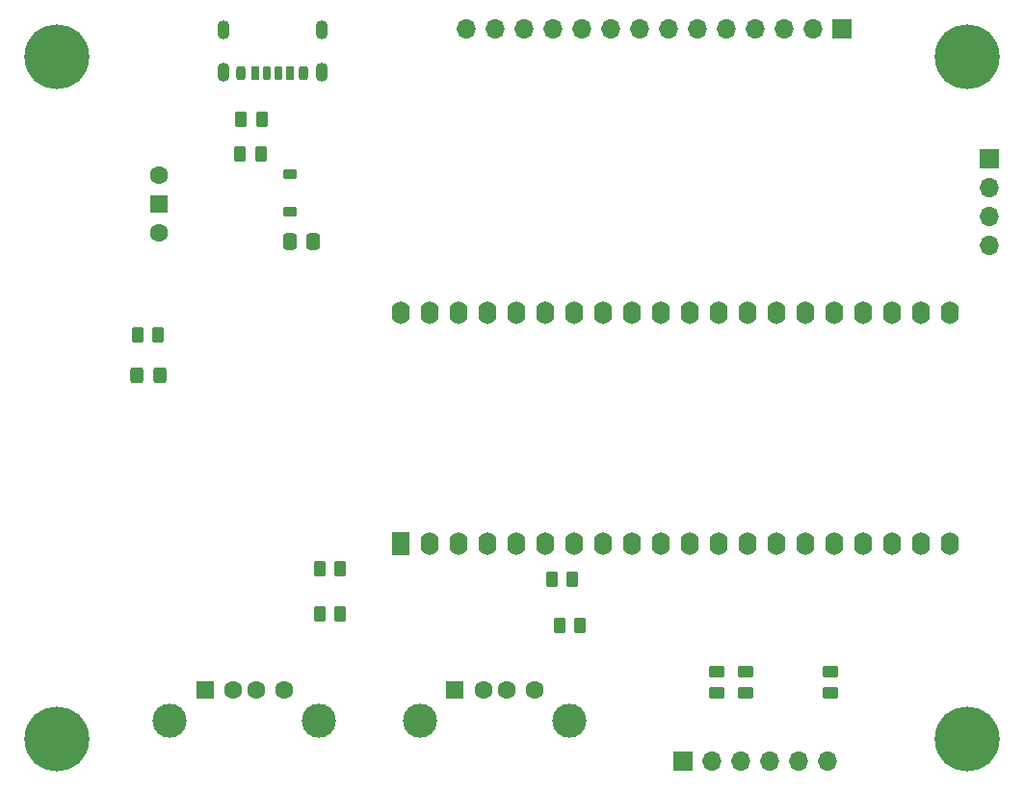
<source format=gbr>
%TF.GenerationSoftware,KiCad,Pcbnew,8.0.3*%
%TF.CreationDate,2024-07-25T17:47:04+02:00*%
%TF.ProjectId,nanoComp,6e616e6f-436f-46d7-902e-6b696361645f,A*%
%TF.SameCoordinates,Original*%
%TF.FileFunction,Soldermask,Top*%
%TF.FilePolarity,Negative*%
%FSLAX46Y46*%
G04 Gerber Fmt 4.6, Leading zero omitted, Abs format (unit mm)*
G04 Created by KiCad (PCBNEW 8.0.3) date 2024-07-25 17:47:04*
%MOMM*%
%LPD*%
G01*
G04 APERTURE LIST*
G04 Aperture macros list*
%AMRoundRect*
0 Rectangle with rounded corners*
0 $1 Rounding radius*
0 $2 $3 $4 $5 $6 $7 $8 $9 X,Y pos of 4 corners*
0 Add a 4 corners polygon primitive as box body*
4,1,4,$2,$3,$4,$5,$6,$7,$8,$9,$2,$3,0*
0 Add four circle primitives for the rounded corners*
1,1,$1+$1,$2,$3*
1,1,$1+$1,$4,$5*
1,1,$1+$1,$6,$7*
1,1,$1+$1,$8,$9*
0 Add four rect primitives between the rounded corners*
20,1,$1+$1,$2,$3,$4,$5,0*
20,1,$1+$1,$4,$5,$6,$7,0*
20,1,$1+$1,$6,$7,$8,$9,0*
20,1,$1+$1,$8,$9,$2,$3,0*%
G04 Aperture macros list end*
%ADD10RoundRect,0.250000X0.262500X0.450000X-0.262500X0.450000X-0.262500X-0.450000X0.262500X-0.450000X0*%
%ADD11RoundRect,0.250000X-0.262500X-0.450000X0.262500X-0.450000X0.262500X0.450000X-0.262500X0.450000X0*%
%ADD12RoundRect,0.175000X0.175000X0.425000X-0.175000X0.425000X-0.175000X-0.425000X0.175000X-0.425000X0*%
%ADD13RoundRect,0.190000X-0.190000X-0.410000X0.190000X-0.410000X0.190000X0.410000X-0.190000X0.410000X0*%
%ADD14RoundRect,0.200000X-0.200000X-0.400000X0.200000X-0.400000X0.200000X0.400000X-0.200000X0.400000X0*%
%ADD15RoundRect,0.175000X-0.175000X-0.425000X0.175000X-0.425000X0.175000X0.425000X-0.175000X0.425000X0*%
%ADD16RoundRect,0.190000X0.190000X0.410000X-0.190000X0.410000X-0.190000X-0.410000X0.190000X-0.410000X0*%
%ADD17RoundRect,0.200000X0.200000X0.400000X-0.200000X0.400000X-0.200000X-0.400000X0.200000X-0.400000X0*%
%ADD18O,1.100000X1.700000*%
%ADD19R,1.700000X1.700000*%
%ADD20O,1.700000X1.700000*%
%ADD21RoundRect,0.250000X-0.337500X-0.475000X0.337500X-0.475000X0.337500X0.475000X-0.337500X0.475000X0*%
%ADD22R,1.600000X1.500000*%
%ADD23C,1.600000*%
%ADD24C,3.000000*%
%ADD25C,5.700000*%
%ADD26R,1.500000X2.000000*%
%ADD27O,1.600000X2.000000*%
%ADD28RoundRect,0.250000X0.325000X0.450000X-0.325000X0.450000X-0.325000X-0.450000X0.325000X-0.450000X0*%
%ADD29RoundRect,0.250000X0.450000X-0.262500X0.450000X0.262500X-0.450000X0.262500X-0.450000X-0.262500X0*%
%ADD30RoundRect,0.250000X-0.450000X0.262500X-0.450000X-0.262500X0.450000X-0.262500X0.450000X0.262500X0*%
%ADD31RoundRect,0.225000X0.375000X-0.225000X0.375000X0.225000X-0.375000X0.225000X-0.375000X-0.225000X0*%
%ADD32R,1.500000X1.500000*%
G04 APERTURE END LIST*
D10*
%TO.C,R10*%
X130325000Y-110000000D03*
X128500000Y-110000000D03*
%TD*%
D11*
%TO.C,R9*%
X129175000Y-114000000D03*
X131000000Y-114000000D03*
%TD*%
%TO.C,R8*%
X108087500Y-109000000D03*
X109912500Y-109000000D03*
%TD*%
%TO.C,R7*%
X108087500Y-113000000D03*
X109912500Y-113000000D03*
%TD*%
D12*
%TO.C,J1*%
X104447427Y-65461348D03*
D13*
X102427427Y-65461348D03*
D14*
X101197427Y-65461348D03*
D15*
X103447427Y-65461348D03*
D16*
X105467427Y-65461348D03*
D17*
X106697427Y-65461348D03*
D18*
X108267427Y-65381348D03*
X108267427Y-61581348D03*
X99627427Y-65381348D03*
X99627427Y-61581348D03*
%TD*%
D19*
%TO.C,J5*%
X154040000Y-61500000D03*
D20*
X151500000Y-61500000D03*
X148960000Y-61500000D03*
X146420000Y-61500000D03*
X143880000Y-61500000D03*
X141340000Y-61500000D03*
X138800000Y-61500000D03*
X136260000Y-61500000D03*
X133720000Y-61500000D03*
X131180000Y-61500000D03*
X128640000Y-61500000D03*
X126100000Y-61500000D03*
X123560000Y-61500000D03*
X121020000Y-61500000D03*
%TD*%
D19*
%TO.C,J6*%
X167000000Y-72960000D03*
D20*
X167000000Y-75500000D03*
X167000000Y-78040000D03*
X167000000Y-80580000D03*
%TD*%
D21*
%TO.C,C1*%
X105462500Y-80250000D03*
X107537500Y-80250000D03*
%TD*%
D22*
%TO.C,J3*%
X120000000Y-119700000D03*
D23*
X122500000Y-119700000D03*
X124500000Y-119700000D03*
X127000000Y-119700000D03*
D24*
X116930000Y-122410000D03*
X130070000Y-122410000D03*
%TD*%
D25*
%TO.C,H2*%
X85000000Y-124000000D03*
%TD*%
D22*
%TO.C,J2*%
X98000000Y-119700000D03*
D23*
X100500000Y-119700000D03*
X102500000Y-119700000D03*
X105000000Y-119700000D03*
D24*
X94930000Y-122410000D03*
X108070000Y-122410000D03*
%TD*%
D19*
%TO.C,J4*%
X140000000Y-126000000D03*
D20*
X142540000Y-126000000D03*
X145080000Y-126000000D03*
X147620000Y-126000000D03*
X150160000Y-126000000D03*
X152700000Y-126000000D03*
%TD*%
D10*
%TO.C,R1*%
X103000000Y-69500000D03*
X101175000Y-69500000D03*
%TD*%
%TO.C,R3*%
X93912500Y-88500000D03*
X92087500Y-88500000D03*
%TD*%
D25*
%TO.C,H1*%
X85000000Y-64000000D03*
%TD*%
%TO.C,H3*%
X165000000Y-124000000D03*
%TD*%
D26*
%TO.C,U1*%
X115220000Y-106820000D03*
D27*
X117760000Y-106820000D03*
X120300000Y-106820000D03*
X122840000Y-106820000D03*
X125380000Y-106820000D03*
X127920000Y-106820000D03*
X130460000Y-106820000D03*
X133000000Y-106820000D03*
X135540000Y-106820000D03*
X138080000Y-106820000D03*
X140620000Y-106820000D03*
X143160000Y-106820000D03*
X145700000Y-106820000D03*
X148240000Y-106820000D03*
X150780000Y-106820000D03*
X153320000Y-106820000D03*
X155860000Y-106820000D03*
X158400000Y-106820000D03*
X160940000Y-106820000D03*
X163480000Y-106820000D03*
X163480000Y-86500000D03*
X160940000Y-86500000D03*
X158400000Y-86500000D03*
X155860000Y-86500000D03*
X153320000Y-86500000D03*
X150780000Y-86500000D03*
X148240000Y-86500000D03*
X145700000Y-86500000D03*
X143160000Y-86500000D03*
X140620000Y-86500000D03*
X138080000Y-86500000D03*
X135540000Y-86500000D03*
X133000000Y-86500000D03*
X130460000Y-86500000D03*
X127920000Y-86500000D03*
X125380000Y-86500000D03*
X122840000Y-86500000D03*
X120300000Y-86500000D03*
X117760000Y-86500000D03*
X115220000Y-86500000D03*
%TD*%
D28*
%TO.C,D2*%
X94050000Y-92000000D03*
X92000000Y-92000000D03*
%TD*%
D29*
%TO.C,R4*%
X145500000Y-119912500D03*
X145500000Y-118087500D03*
%TD*%
D30*
%TO.C,R5*%
X153000000Y-118087500D03*
X153000000Y-119912500D03*
%TD*%
D31*
%TO.C,D1*%
X105500000Y-77650000D03*
X105500000Y-74350000D03*
%TD*%
D25*
%TO.C,H4*%
X165000000Y-64000000D03*
%TD*%
D10*
%TO.C,R2*%
X102912500Y-72500000D03*
X101087500Y-72500000D03*
%TD*%
D32*
%TO.C,SW1*%
X94000000Y-76960000D03*
D23*
X94000000Y-74420000D03*
X94000000Y-79500000D03*
%TD*%
D30*
%TO.C,R6*%
X143000000Y-118087500D03*
X143000000Y-119912500D03*
%TD*%
M02*

</source>
